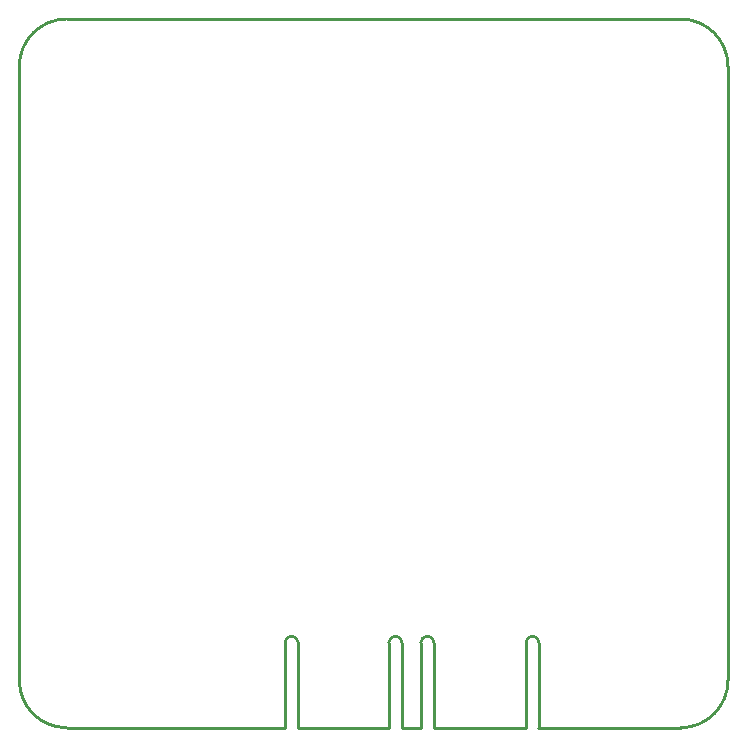
<source format=gbr>
G04 start of page 4 for group 2 idx 2 *
G04 Title: pmc, outline *
G04 Creator: pcb 1.99z *
G04 CreationDate: Fri 27 Sep 2013 09:22:41 AM GMT UTC *
G04 For: russ *
G04 Format: Gerber/RS-274X *
G04 PCB-Dimensions (mm): 62.00 62.00 *
G04 PCB-Coordinate-Origin: lower left *
%MOMM*%
%FSLAX43Y43*%
%LNOUTLINE*%
%ADD83C,0.254*%
G54D83*X5000Y61000D02*X57000D01*
X1000Y5000D02*Y57000D01*
X61000D02*Y5000D01*
X23500Y1000D02*X5000D01*
X44900D02*X57000D01*
X45000D02*Y8210D01*
X24600Y1000D02*X32300D01*
X43900D02*Y8210D01*
X24600Y1000D02*Y8210D01*
X23500Y1000D02*Y8210D01*
X36100Y1000D02*X43800D01*
X33400D02*X35000D01*
X33400D02*Y8210D01*
X32300Y1000D02*Y8210D01*
X36100Y1000D02*Y8210D01*
X35000Y1000D02*Y8210D01*
X57000Y61000D02*G75*G02X61000Y57000I0J-4000D01*G01*
X5000Y61000D02*G75*G03X1000Y57000I0J-4000D01*G01*
X57000Y1000D02*G75*G03X61000Y5000I0J4000D01*G01*
X5000Y1000D02*G75*G02X1000Y5000I0J4000D01*G01*
X24600Y8210D02*G75*G03X24050Y8760I-550J0D01*G01*
G75*G03X23500Y8210I0J-550D01*G01*
X33400D02*G75*G03X32850Y8760I-550J0D01*G01*
G75*G03X32300Y8210I0J-550D01*G01*
X45000D02*G75*G03X44450Y8760I-550J0D01*G01*
G75*G03X43900Y8210I0J-550D01*G01*
X36100D02*G75*G03X35550Y8760I-550J0D01*G01*
G75*G03X35000Y8210I0J-550D01*G01*
M02*

</source>
